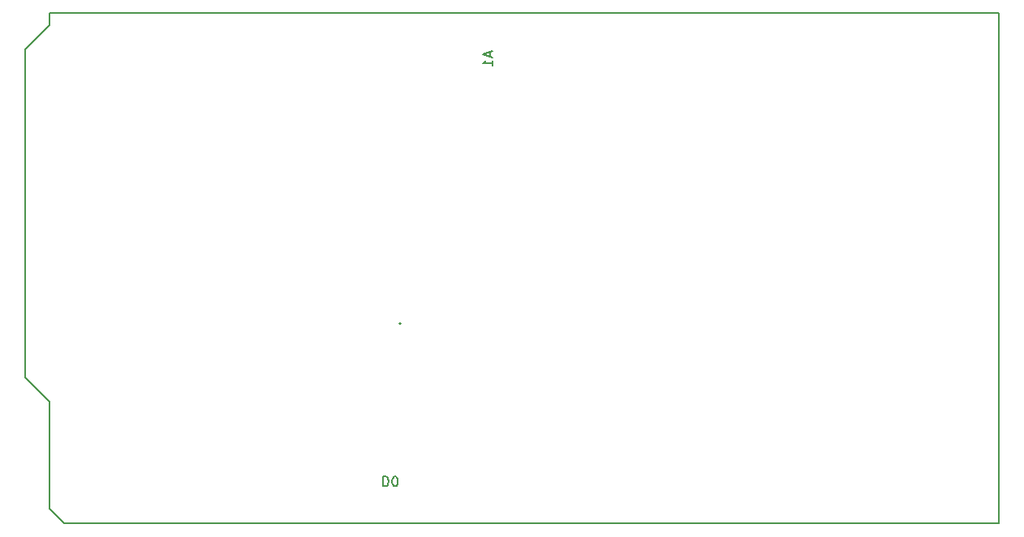
<source format=gbr>
%TF.GenerationSoftware,KiCad,Pcbnew,7.0.10*%
%TF.CreationDate,2024-02-15T16:30:13+07:00*%
%TF.ProjectId,Arduino_IO_Board,41726475-696e-46f5-9f49-4f5f426f6172,rev?*%
%TF.SameCoordinates,Original*%
%TF.FileFunction,Legend,Bot*%
%TF.FilePolarity,Positive*%
%FSLAX46Y46*%
G04 Gerber Fmt 4.6, Leading zero omitted, Abs format (unit mm)*
G04 Created by KiCad (PCBNEW 7.0.10) date 2024-02-15 16:30:13*
%MOMM*%
%LPD*%
G01*
G04 APERTURE LIST*
%ADD10C,0.150000*%
G04 APERTURE END LIST*
D10*
X116200104Y-55520714D02*
X116200104Y-55996904D01*
X116485819Y-55425476D02*
X115485819Y-55758809D01*
X115485819Y-55758809D02*
X116485819Y-56092142D01*
X116485819Y-56949285D02*
X116485819Y-56377857D01*
X116485819Y-56663571D02*
X115485819Y-56663571D01*
X115485819Y-56663571D02*
X115628676Y-56568333D01*
X115628676Y-56568333D02*
X115723914Y-56473095D01*
X115723914Y-56473095D02*
X115771533Y-56377857D01*
X106807000Y-83798580D02*
X106854619Y-83846200D01*
X106854619Y-83846200D02*
X106807000Y-83893819D01*
X106807000Y-83893819D02*
X106759381Y-83846200D01*
X106759381Y-83846200D02*
X106807000Y-83798580D01*
X106807000Y-83798580D02*
X106807000Y-83893819D01*
X105052905Y-99875180D02*
X105052905Y-100875180D01*
X105052905Y-100875180D02*
X105291000Y-100875180D01*
X105291000Y-100875180D02*
X105433857Y-100827561D01*
X105433857Y-100827561D02*
X105529095Y-100732323D01*
X105529095Y-100732323D02*
X105576714Y-100637085D01*
X105576714Y-100637085D02*
X105624333Y-100446609D01*
X105624333Y-100446609D02*
X105624333Y-100303752D01*
X105624333Y-100303752D02*
X105576714Y-100113276D01*
X105576714Y-100113276D02*
X105529095Y-100018038D01*
X105529095Y-100018038D02*
X105433857Y-99922800D01*
X105433857Y-99922800D02*
X105291000Y-99875180D01*
X105291000Y-99875180D02*
X105052905Y-99875180D01*
X106243381Y-100875180D02*
X106338619Y-100875180D01*
X106338619Y-100875180D02*
X106433857Y-100827561D01*
X106433857Y-100827561D02*
X106481476Y-100779942D01*
X106481476Y-100779942D02*
X106529095Y-100684704D01*
X106529095Y-100684704D02*
X106576714Y-100494228D01*
X106576714Y-100494228D02*
X106576714Y-100256133D01*
X106576714Y-100256133D02*
X106529095Y-100065657D01*
X106529095Y-100065657D02*
X106481476Y-99970419D01*
X106481476Y-99970419D02*
X106433857Y-99922800D01*
X106433857Y-99922800D02*
X106338619Y-99875180D01*
X106338619Y-99875180D02*
X106243381Y-99875180D01*
X106243381Y-99875180D02*
X106148143Y-99922800D01*
X106148143Y-99922800D02*
X106100524Y-99970419D01*
X106100524Y-99970419D02*
X106052905Y-100065657D01*
X106052905Y-100065657D02*
X106005286Y-100256133D01*
X106005286Y-100256133D02*
X106005286Y-100494228D01*
X106005286Y-100494228D02*
X106052905Y-100684704D01*
X106052905Y-100684704D02*
X106100524Y-100779942D01*
X106100524Y-100779942D02*
X106148143Y-100827561D01*
X106148143Y-100827561D02*
X106243381Y-100875180D01*
%TO.C,A1*%
X169291000Y-104775000D02*
X169291000Y-51435000D01*
X169291000Y-104775000D02*
X71755000Y-104775000D01*
X169291000Y-51435000D02*
X70231000Y-51435000D01*
X71755000Y-104775000D02*
X70231000Y-103251000D01*
X70231000Y-92075000D02*
X70231000Y-103251000D01*
X70231000Y-52705000D02*
X67691000Y-55245000D01*
X70231000Y-51435000D02*
X70231000Y-52705000D01*
X67691000Y-89535000D02*
X70231000Y-92075000D01*
X67691000Y-55245000D02*
X67691000Y-89535000D01*
%TD*%
M02*

</source>
